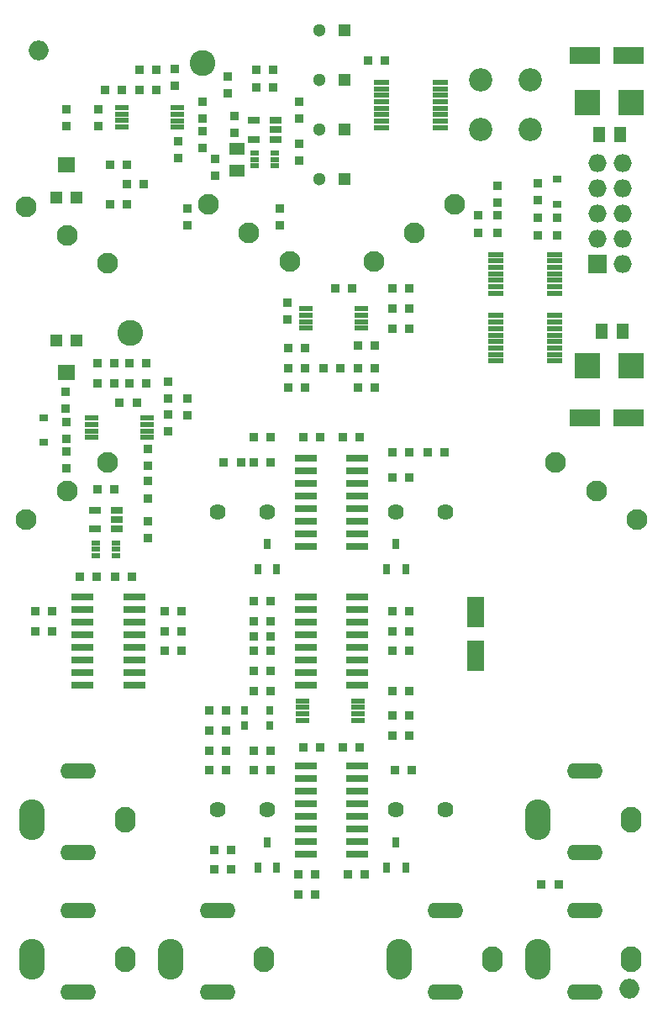
<source format=gbs>
G04 #@! TF.FileFunction,Soldermask,Bot*
%FSLAX46Y46*%
G04 Gerber Fmt 4.6, Leading zero omitted, Abs format (unit mm)*
G04 Created by KiCad (PCBNEW 4.0.2-stable) date 2017-12-28 3:27:39 PM*
%MOMM*%
G01*
G04 APERTURE LIST*
%ADD10C,0.100000*%
%ADD11R,0.912800X0.912800*%
%ADD12R,0.900000X0.600000*%
%ADD13C,2.098980*%
%ADD14C,2.350000*%
%ADD15C,2.600000*%
%ADD16R,1.600000X0.550000*%
%ADD17R,1.550000X0.550000*%
%ADD18R,2.299640X0.699440*%
%ADD19R,1.497000X1.243000*%
%ADD20R,1.243000X1.497000*%
%ADD21R,2.497760X2.497760*%
%ADD22R,1.300000X1.300000*%
%ADD23C,1.300000*%
%ADD24R,1.700200X3.099740*%
%ADD25R,3.099740X1.700200*%
%ADD26R,1.400480X0.500000*%
%ADD27R,1.160000X0.750000*%
%ADD28R,1.700000X1.600000*%
%ADD29O,2.600000X4.100000*%
%ADD30O,2.100000X2.600000*%
%ADD31O,3.600000X1.600000*%
%ADD32R,1.827200X1.827200*%
%ADD33O,1.827200X1.827200*%
%ADD34C,1.624000*%
%ADD35R,0.801040X1.100760*%
%ADD36R,0.862000X0.709600*%
%ADD37R,0.709600X0.862000*%
%ADD38O,2.000000X2.000000*%
G04 APERTURE END LIST*
D10*
D11*
X17800000Y-20899100D03*
X17800000Y-22600900D03*
D12*
X38750000Y-25350000D03*
X36750000Y-26000000D03*
X38750000Y-26650000D03*
X38750000Y-26000000D03*
X36750000Y-26650000D03*
X36750000Y-25350000D03*
X22750000Y-64600000D03*
X20750000Y-65250000D03*
X22750000Y-65900000D03*
X22750000Y-65250000D03*
X20750000Y-65900000D03*
X20750000Y-64600000D03*
D13*
X17822777Y-33606433D03*
X21918537Y-36474315D03*
X13727017Y-30738551D03*
D14*
X59500000Y-18000000D03*
X64500000Y-18000000D03*
X64500000Y-23000000D03*
X59500000Y-23000000D03*
D15*
X24250000Y-43500000D03*
X31500000Y-16250000D03*
D16*
X49550000Y-22775000D03*
X49550000Y-22125000D03*
X49550000Y-21475000D03*
X49550000Y-20825000D03*
X49550000Y-20175000D03*
X49550000Y-19525000D03*
X49550000Y-18875000D03*
X49550000Y-18225000D03*
X55450000Y-18225000D03*
X55450000Y-18875000D03*
X55450000Y-19525000D03*
X55450000Y-20175000D03*
X55450000Y-20825000D03*
X55450000Y-21475000D03*
X55450000Y-22125000D03*
X55450000Y-22775000D03*
X66950000Y-41725000D03*
X66950000Y-42375000D03*
X66950000Y-43025000D03*
X66950000Y-43675000D03*
X66950000Y-44325000D03*
X66950000Y-44975000D03*
X66950000Y-45625000D03*
X66950000Y-46275000D03*
X61050000Y-46275000D03*
X61050000Y-45625000D03*
X61050000Y-44975000D03*
X61050000Y-44325000D03*
X61050000Y-43675000D03*
X61050000Y-43025000D03*
X61050000Y-42375000D03*
X61050000Y-41725000D03*
D17*
X66950000Y-35550000D03*
X66950000Y-36200000D03*
X66950000Y-36850000D03*
X66950000Y-37500000D03*
X66950000Y-38150000D03*
X66950000Y-38800000D03*
X66950000Y-39450000D03*
X61050000Y-39450000D03*
X61050000Y-38800000D03*
X61050000Y-38150000D03*
X61050000Y-37500000D03*
X61050000Y-36850000D03*
X61050000Y-36200000D03*
X61050000Y-35550000D03*
D18*
X47098420Y-56055000D03*
X47098420Y-57325000D03*
X47098420Y-58595000D03*
X47098420Y-59865000D03*
X47098420Y-61135000D03*
X47098420Y-62405000D03*
X47098420Y-63675000D03*
X47098420Y-64945000D03*
X41901580Y-64945000D03*
X41901580Y-63675000D03*
X41901580Y-62405000D03*
X41901580Y-61135000D03*
X41901580Y-59865000D03*
X41901580Y-58595000D03*
X41901580Y-57325000D03*
X41901580Y-56055000D03*
X24598420Y-70055000D03*
X24598420Y-71325000D03*
X24598420Y-72595000D03*
X24598420Y-73865000D03*
X24598420Y-75135000D03*
X24598420Y-76405000D03*
X24598420Y-77675000D03*
X24598420Y-78945000D03*
X19401580Y-78945000D03*
X19401580Y-77675000D03*
X19401580Y-76405000D03*
X19401580Y-75135000D03*
X19401580Y-73865000D03*
X19401580Y-72595000D03*
X19401580Y-71325000D03*
X19401580Y-70055000D03*
X47098420Y-87055000D03*
X47098420Y-88325000D03*
X47098420Y-89595000D03*
X47098420Y-90865000D03*
X47098420Y-92135000D03*
X47098420Y-93405000D03*
X47098420Y-94675000D03*
X47098420Y-95945000D03*
X41901580Y-95945000D03*
X41901580Y-94675000D03*
X41901580Y-93405000D03*
X41901580Y-92135000D03*
X41901580Y-90865000D03*
X41901580Y-89595000D03*
X41901580Y-88325000D03*
X41901580Y-87055000D03*
X41901580Y-78945000D03*
X41901580Y-77675000D03*
X41901580Y-76405000D03*
X41901580Y-75135000D03*
X41901580Y-73865000D03*
X41901580Y-72595000D03*
X41901580Y-71325000D03*
X41901580Y-70055000D03*
X47098420Y-70055000D03*
X47098420Y-71325000D03*
X47098420Y-72595000D03*
X47098420Y-73865000D03*
X47098420Y-75135000D03*
X47098420Y-76405000D03*
X47098420Y-77675000D03*
X47098420Y-78945000D03*
D19*
X35000000Y-24920500D03*
X35000000Y-27079500D03*
D20*
X71670500Y-43250000D03*
X73829500Y-43250000D03*
X71420500Y-23500000D03*
X73579500Y-23500000D03*
D21*
X74699640Y-20250000D03*
X70300360Y-20250000D03*
X70300360Y-46750000D03*
X74699640Y-46750000D03*
D22*
X45770000Y-28000000D03*
D23*
X43230000Y-28000000D03*
D22*
X45770000Y-23000000D03*
D23*
X43230000Y-23000000D03*
D22*
X45770000Y-18000000D03*
D23*
X43230000Y-18000000D03*
D22*
X45770000Y-13000000D03*
D23*
X43230000Y-13000000D03*
D24*
X59000000Y-75949640D03*
X59000000Y-71550360D03*
D25*
X70000360Y-15500000D03*
X74399640Y-15500000D03*
X74449640Y-52000000D03*
X70050360Y-52000000D03*
D26*
X28944000Y-20794600D03*
X28944000Y-21429600D03*
X28944000Y-22090000D03*
X28944000Y-22725000D03*
X23356000Y-22725000D03*
X23356000Y-22077300D03*
X23356000Y-21429600D03*
X23356000Y-20781900D03*
X25944000Y-52044600D03*
X25944000Y-52679600D03*
X25944000Y-53340000D03*
X25944000Y-53975000D03*
X20356000Y-53975000D03*
X20356000Y-53327300D03*
X20356000Y-52679600D03*
X20356000Y-52031900D03*
X41906000Y-42955400D03*
X41906000Y-42320400D03*
X41906000Y-41660000D03*
X41906000Y-41025000D03*
X47494000Y-41025000D03*
X47494000Y-41672700D03*
X47494000Y-42320400D03*
X47494000Y-42968100D03*
X41606000Y-82455400D03*
X41606000Y-81820400D03*
X41606000Y-81160000D03*
X41606000Y-80525000D03*
X47194000Y-80525000D03*
X47194000Y-81172700D03*
X47194000Y-81820400D03*
X47194000Y-82468100D03*
D27*
X22850000Y-61300000D03*
X22850000Y-62250000D03*
X22850000Y-63200000D03*
X20650000Y-63200000D03*
X20650000Y-61300000D03*
X38850000Y-22050000D03*
X38850000Y-23000000D03*
X38850000Y-23950000D03*
X36650000Y-23950000D03*
X36650000Y-22050000D03*
D28*
X17750000Y-26550000D03*
D22*
X18750000Y-29800000D03*
X16750000Y-29800000D03*
D28*
X17750000Y-47450000D03*
D22*
X16750000Y-44200000D03*
X18750000Y-44200000D03*
D13*
X36177223Y-33393567D03*
X32081463Y-30525685D03*
X40272983Y-36261449D03*
X17822777Y-59393567D03*
X13727017Y-62261449D03*
X21918537Y-56525685D03*
X71177223Y-59393567D03*
X67081463Y-56525685D03*
X75272983Y-62261449D03*
X52822777Y-33393567D03*
X48727017Y-36261449D03*
X56918537Y-30525685D03*
D29*
X14300000Y-106500000D03*
D30*
X23700000Y-106500000D03*
D31*
X19000000Y-101600000D03*
X19000000Y-109800000D03*
D29*
X14300000Y-92500000D03*
D30*
X23700000Y-92500000D03*
D31*
X19000000Y-87600000D03*
X19000000Y-95800000D03*
D29*
X65300000Y-92500000D03*
D30*
X74700000Y-92500000D03*
D31*
X70000000Y-87600000D03*
X70000000Y-95800000D03*
D29*
X51300000Y-106500000D03*
D30*
X60700000Y-106500000D03*
D31*
X56000000Y-101600000D03*
X56000000Y-109800000D03*
D29*
X28300000Y-106500000D03*
D30*
X37700000Y-106500000D03*
D31*
X33000000Y-101600000D03*
X33000000Y-109800000D03*
D29*
X65300000Y-106500000D03*
D30*
X74700000Y-106500000D03*
D31*
X70000000Y-101600000D03*
X70000000Y-109800000D03*
D11*
X30000000Y-30899100D03*
X30000000Y-32600900D03*
X28000000Y-50100900D03*
X28000000Y-48399100D03*
X23899100Y-28500000D03*
X25600900Y-28500000D03*
X17750000Y-55399100D03*
X17750000Y-57100900D03*
X23850900Y-30500000D03*
X22149100Y-30500000D03*
X23850900Y-26500000D03*
X22149100Y-26500000D03*
X40000000Y-42100900D03*
X40000000Y-40399100D03*
X40149100Y-49000000D03*
X41850900Y-49000000D03*
X24149100Y-48500000D03*
X25850900Y-48500000D03*
X26850900Y-17000000D03*
X25149100Y-17000000D03*
X22600900Y-48500000D03*
X20899100Y-48500000D03*
X24149100Y-46500000D03*
X25850900Y-46500000D03*
X31500000Y-20149100D03*
X31500000Y-21850900D03*
X41850900Y-45000000D03*
X40149100Y-45000000D03*
X22600900Y-46500000D03*
X20899100Y-46500000D03*
X31500000Y-24850900D03*
X31500000Y-23149100D03*
X32750000Y-27600900D03*
X32750000Y-25899100D03*
X45350900Y-47000000D03*
X43649100Y-47000000D03*
X26000000Y-64100900D03*
X26000000Y-62399100D03*
X22600900Y-59250000D03*
X20899100Y-59250000D03*
X48850900Y-49000000D03*
X47149100Y-49000000D03*
X34750000Y-23350900D03*
X34750000Y-21649100D03*
X50649100Y-39000000D03*
X52350900Y-39000000D03*
X34000000Y-17649100D03*
X34000000Y-19350900D03*
X52350900Y-43000000D03*
X50649100Y-43000000D03*
X41250000Y-26100900D03*
X41250000Y-24399100D03*
X38600900Y-18750000D03*
X36899100Y-18750000D03*
X50649100Y-55500000D03*
X52350900Y-55500000D03*
X52350900Y-58000000D03*
X50649100Y-58000000D03*
X24350900Y-68000000D03*
X22649100Y-68000000D03*
X47350900Y-54000000D03*
X45649100Y-54000000D03*
X33649100Y-56500000D03*
X35350900Y-56500000D03*
X27649100Y-71500000D03*
X29350900Y-71500000D03*
X27649100Y-73500000D03*
X29350900Y-73500000D03*
X29350900Y-75500000D03*
X27649100Y-75500000D03*
X38350900Y-56500000D03*
X36649100Y-56500000D03*
X36649100Y-54000000D03*
X38350900Y-54000000D03*
X41649100Y-54000000D03*
X43350900Y-54000000D03*
X38350900Y-70500000D03*
X36649100Y-70500000D03*
X48149100Y-16000000D03*
X49850900Y-16000000D03*
X38350900Y-72500000D03*
X36649100Y-72500000D03*
X55850900Y-55500000D03*
X54149100Y-55500000D03*
X38350900Y-75500000D03*
X36649100Y-75500000D03*
X33850900Y-85500000D03*
X32149100Y-85500000D03*
X36649100Y-77500000D03*
X38350900Y-77500000D03*
X50649100Y-79500000D03*
X52350900Y-79500000D03*
X38350900Y-85500000D03*
X36649100Y-85500000D03*
X32149100Y-81500000D03*
X33850900Y-81500000D03*
X32649100Y-95500000D03*
X34350900Y-95500000D03*
X52350900Y-82000000D03*
X50649100Y-82000000D03*
X36649100Y-87500000D03*
X38350900Y-87500000D03*
X32149100Y-87500000D03*
X33850900Y-87500000D03*
X67350900Y-99000000D03*
X65649100Y-99000000D03*
X19149100Y-68000000D03*
X20850900Y-68000000D03*
X41649100Y-85200000D03*
X43350900Y-85200000D03*
X34350900Y-97500000D03*
X32649100Y-97500000D03*
X61250000Y-31649100D03*
X61250000Y-33350900D03*
X65250000Y-33600900D03*
X65250000Y-31899100D03*
X16350900Y-73500000D03*
X14649100Y-73500000D03*
X65250000Y-30100900D03*
X65250000Y-28399100D03*
X14649100Y-71500000D03*
X16350900Y-71500000D03*
X42850900Y-98000000D03*
X41149100Y-98000000D03*
X61250000Y-30350900D03*
X61250000Y-28649100D03*
X41149100Y-100000000D03*
X42850900Y-100000000D03*
X47350900Y-85200000D03*
X45649100Y-85200000D03*
X46149100Y-98000000D03*
X47850900Y-98000000D03*
X50649100Y-75500000D03*
X52350900Y-75500000D03*
X50649100Y-71500000D03*
X52350900Y-71500000D03*
X50649100Y-73500000D03*
X52350900Y-73500000D03*
X28000000Y-51649100D03*
X28000000Y-53350900D03*
X17750000Y-52399100D03*
X17750000Y-54100900D03*
X23149100Y-50500000D03*
X24850900Y-50500000D03*
X21000000Y-20899100D03*
X21000000Y-22600900D03*
X26850900Y-19000000D03*
X25149100Y-19000000D03*
X29000000Y-25850900D03*
X29000000Y-24149100D03*
X67250000Y-31899100D03*
X67250000Y-33600900D03*
X59250000Y-31649100D03*
X59250000Y-33350900D03*
X36649100Y-74000000D03*
X38350900Y-74000000D03*
X50899100Y-87500000D03*
X52600900Y-87500000D03*
X26000000Y-56850900D03*
X26000000Y-55149100D03*
X17700000Y-51050900D03*
X17700000Y-49349100D03*
X38600900Y-17000000D03*
X36899100Y-17000000D03*
X39250000Y-30899100D03*
X39250000Y-32600900D03*
X46600900Y-39000000D03*
X44899100Y-39000000D03*
X47149100Y-44750000D03*
X48850900Y-44750000D03*
X52350900Y-84000000D03*
X50649100Y-84000000D03*
X38350900Y-79500000D03*
X36649100Y-79500000D03*
X32149100Y-83500000D03*
X33850900Y-83500000D03*
X41250000Y-21850900D03*
X41250000Y-20149100D03*
X47149100Y-47000000D03*
X48850900Y-47000000D03*
X52350900Y-41000000D03*
X50649100Y-41000000D03*
X26000000Y-60100900D03*
X26000000Y-58399100D03*
X41850900Y-47000000D03*
X40149100Y-47000000D03*
X23350900Y-19000000D03*
X21649100Y-19000000D03*
D32*
X71250000Y-36500000D03*
D33*
X73790000Y-36500000D03*
X71250000Y-33960000D03*
X73790000Y-33960000D03*
X71250000Y-31420000D03*
X73790000Y-31420000D03*
X71250000Y-28880000D03*
X73790000Y-28880000D03*
X71250000Y-26340000D03*
X73790000Y-26340000D03*
D34*
X51000000Y-61500000D03*
X56000000Y-61500000D03*
X38000000Y-61500000D03*
X33000000Y-61500000D03*
X38000000Y-91500000D03*
X33000000Y-91500000D03*
X51000000Y-91500000D03*
X56000000Y-91500000D03*
D35*
X51000000Y-94730000D03*
X50047500Y-97270000D03*
X51952500Y-97270000D03*
X38000000Y-94730000D03*
X37047500Y-97270000D03*
X38952500Y-97270000D03*
X38000000Y-64730000D03*
X37047500Y-67270000D03*
X38952500Y-67270000D03*
X51000000Y-64730000D03*
X50047500Y-67270000D03*
X51952500Y-67270000D03*
D36*
X15500000Y-52005400D03*
X15500000Y-54494600D03*
X67250000Y-30494600D03*
X67250000Y-28005400D03*
D37*
X38244600Y-83000000D03*
X35755400Y-83000000D03*
X35755400Y-81500000D03*
X38244600Y-81500000D03*
D11*
X30000000Y-51750900D03*
X30000000Y-50049100D03*
X28700000Y-18550900D03*
X28700000Y-16849100D03*
D38*
X15000000Y-15000000D03*
X74500000Y-109500000D03*
M02*

</source>
